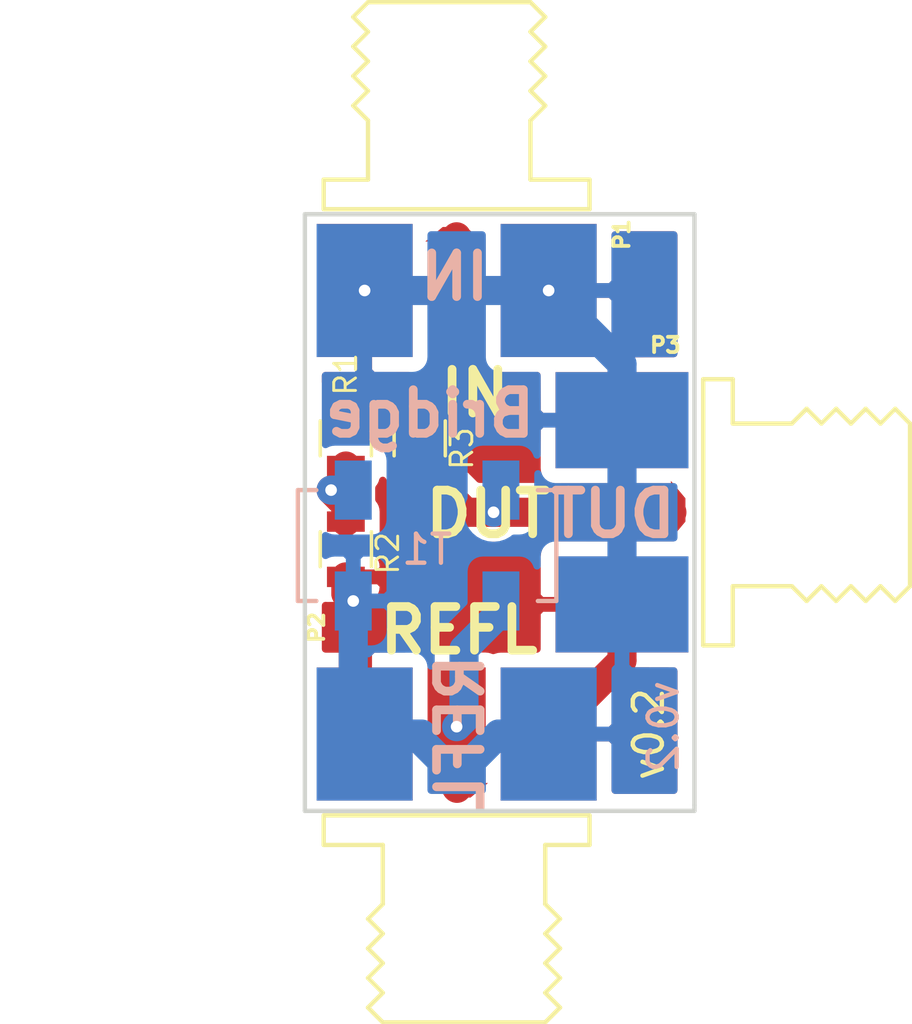
<source format=kicad_pcb>
(kicad_pcb (version 20171130) (host pcbnew 5.1.2-f72e74a~84~ubuntu19.04.1)

  (general
    (thickness 1.6)
    (drawings 16)
    (tracks 44)
    (zones 0)
    (modules 7)
    (nets 6)
  )

  (page A4)
  (title_block
    (title "Reflection Bridge")
    (date 2019-05-16)
    (rev 0.2)
    (company "Walla Walla Uvivirsity")
  )

  (layers
    (0 F.Cu signal)
    (31 B.Cu signal)
    (32 B.Adhes user)
    (33 F.Adhes user)
    (34 B.Paste user)
    (35 F.Paste user)
    (36 B.SilkS user)
    (37 F.SilkS user)
    (38 B.Mask user)
    (39 F.Mask user)
    (40 Dwgs.User user)
    (41 Cmts.User user)
    (42 Eco1.User user)
    (43 Eco2.User user)
    (44 Edge.Cuts user)
    (45 Margin user)
    (46 B.CrtYd user)
    (47 F.CrtYd user)
    (48 B.Fab user)
    (49 F.Fab user)
  )

  (setup
    (last_trace_width 1)
    (trace_clearance 0.2)
    (zone_clearance 0.508)
    (zone_45_only no)
    (trace_min 0.2)
    (via_size 0.8)
    (via_drill 0.4)
    (via_min_size 0.4)
    (via_min_drill 0.3)
    (uvia_size 0.3)
    (uvia_drill 0.1)
    (uvias_allowed no)
    (uvia_min_size 0.2)
    (uvia_min_drill 0.1)
    (edge_width 0.15)
    (segment_width 0.2)
    (pcb_text_width 0.3)
    (pcb_text_size 1.5 1.5)
    (mod_edge_width 0.15)
    (mod_text_size 1 1)
    (mod_text_width 0.15)
    (pad_size 1.524 1.524)
    (pad_drill 0.762)
    (pad_to_mask_clearance 0.2)
    (aux_axis_origin 0 0)
    (visible_elements FFFFFFFF)
    (pcbplotparams
      (layerselection 0x010fc_ffffffff)
      (usegerberextensions false)
      (usegerberattributes false)
      (usegerberadvancedattributes false)
      (creategerberjobfile false)
      (excludeedgelayer true)
      (linewidth 0.100000)
      (plotframeref false)
      (viasonmask false)
      (mode 1)
      (useauxorigin false)
      (hpglpennumber 1)
      (hpglpenspeed 20)
      (hpglpendiameter 15.000000)
      (psnegative false)
      (psa4output false)
      (plotreference true)
      (plotvalue true)
      (plotinvisibletext false)
      (padsonsilk false)
      (subtractmaskfromsilk false)
      (outputformat 1)
      (mirror false)
      (drillshape 0)
      (scaleselection 1)
      (outputdirectory ""))
  )

  (net 0 "")
  (net 1 GND)
  (net 2 "Net-(P1-Pad1)")
  (net 3 "Net-(P2-Pad1)")
  (net 4 "Net-(P3-Pad1)")
  (net 5 "Net-(R1-Pad2)")

  (net_class Default "This is the default net class."
    (clearance 0.2)
    (trace_width 1)
    (via_dia 0.8)
    (via_drill 0.4)
    (uvia_dia 0.3)
    (uvia_drill 0.1)
    (add_net GND)
    (add_net "Net-(P1-Pad1)")
    (add_net "Net-(P2-Pad1)")
    (add_net "Net-(P3-Pad1)")
    (add_net "Net-(R1-Pad2)")
  )

  (net_class "50 Ohm" ""
    (clearance 0.2)
    (trace_width 3)
    (via_dia 0.8)
    (via_drill 0.4)
    (uvia_dia 0.3)
    (uvia_drill 0.1)
  )

  (module SMA:SMA_EDGE (layer F.Cu) (tedit 53B19377) (tstamp 58F650AC)
    (at 83.82 49.53 90)
    (path /58F53FEF)
    (fp_text reference P1 (at -6.97 5.68 90) (layer F.SilkS)
      (effects (font (size 0.524 0.524) (thickness 0.131)))
    )
    (fp_text value SMA_Female (at 1.016 4.572 90) (layer F.SilkS) hide
      (effects (font (size 0.524 0.524) (thickness 0.131)))
    )
    (fp_line (start 1.016 -3.048) (end 1.016 2.54) (layer F.SilkS) (width 0.15))
    (fp_line (start 1.016 2.54) (end 0.508 3.048) (layer F.SilkS) (width 0.15))
    (fp_line (start 0.508 3.048) (end 0 2.54) (layer F.SilkS) (width 0.15))
    (fp_line (start 0 2.54) (end -0.508 3.048) (layer F.SilkS) (width 0.15))
    (fp_line (start -0.508 3.048) (end -1.016 2.54) (layer F.SilkS) (width 0.15))
    (fp_line (start -1.016 2.54) (end -1.524 3.048) (layer F.SilkS) (width 0.15))
    (fp_line (start -1.524 3.048) (end -2.032 2.54) (layer F.SilkS) (width 0.15))
    (fp_line (start -2.032 2.54) (end -2.54 3.048) (layer F.SilkS) (width 0.15))
    (fp_line (start -2.54 -3.556) (end -2.032 -3.048) (layer F.SilkS) (width 0.15))
    (fp_line (start -2.032 -3.048) (end -1.524 -3.556) (layer F.SilkS) (width 0.15))
    (fp_line (start -1.524 -3.556) (end -1.016 -3.048) (layer F.SilkS) (width 0.15))
    (fp_line (start -1.016 -3.048) (end -0.508 -3.556) (layer F.SilkS) (width 0.15))
    (fp_line (start -0.508 -3.556) (end 0 -3.048) (layer F.SilkS) (width 0.15))
    (fp_line (start 0 -3.048) (end 0.508 -3.556) (layer F.SilkS) (width 0.15))
    (fp_line (start 0.508 -3.556) (end 1.016 -3.048) (layer F.SilkS) (width 0.15))
    (fp_line (start -2.54 3.048) (end -3.048 2.54) (layer F.SilkS) (width 0.15))
    (fp_line (start -3.048 2.54) (end -5.08 2.54) (layer F.SilkS) (width 0.15))
    (fp_line (start -5.08 2.54) (end -5.08 4.572) (layer F.SilkS) (width 0.15))
    (fp_line (start -5.08 4.572) (end -6.096 4.572) (layer F.SilkS) (width 0.15))
    (fp_line (start -6.096 4.572) (end -6.096 -4.572) (layer F.SilkS) (width 0.15))
    (fp_line (start -6.096 -4.572) (end -5.08 -4.572) (layer F.SilkS) (width 0.15))
    (fp_line (start -5.08 -4.572) (end -5.08 -3.048) (layer F.SilkS) (width 0.15))
    (fp_line (start -5.08 -3.048) (end -3.048 -3.048) (layer F.SilkS) (width 0.15))
    (fp_line (start -3.048 -3.048) (end -2.54 -3.556) (layer F.SilkS) (width 0.15))
    (pad 2 connect rect (at -8.89 -3.16484 90) (size 4.572 3.302) (layers F.Cu F.Mask)
      (net 1 GND))
    (pad 1 connect trapezoid (at -6.958 -0.08 90) (size 0.50038 1.39954) (rect_delta 0.59944 0 ) (layers F.Cu F.Mask)
      (net 2 "Net-(P1-Pad1)"))
    (pad 2 connect rect (at -8.89 3.16484 90) (size 4.572 3.302) (layers B.Cu B.Mask)
      (net 1 GND))
    (pad 1 connect rect (at -9.144 0 90) (size 4.07162 1.99898) (layers F.Cu F.Mask)
      (net 2 "Net-(P1-Pad1)"))
    (pad 2 connect rect (at -8.89 -3.16484 90) (size 4.572 3.302) (layers B.Cu B.Mask)
      (net 1 GND))
    (pad 2 connect rect (at -8.89 3.16484 90) (size 4.572 3.302) (layers F.Cu F.Mask)
      (net 1 GND))
    (model SMA_EDGE.wrl
      (offset (xyz -5.206999921798706 -1.269999980926514 -3.047999954223633))
      (scale (xyz 1.3 1.3 1.3))
      (rotate (xyz 270 0 180))
    )
  )

  (module SMA:SMA_EDGE (layer F.Cu) (tedit 53B19377) (tstamp 58F650CE)
    (at 83.82 82.55 270)
    (path /58F540C0)
    (fp_text reference P2 (at -12.55 4.82 270) (layer F.SilkS)
      (effects (font (size 0.524 0.524) (thickness 0.131)))
    )
    (fp_text value SMA_Female (at 1.016 4.572 270) (layer F.SilkS) hide
      (effects (font (size 0.524 0.524) (thickness 0.131)))
    )
    (fp_line (start -3.048 -3.048) (end -2.54 -3.556) (layer F.SilkS) (width 0.15))
    (fp_line (start -5.08 -3.048) (end -3.048 -3.048) (layer F.SilkS) (width 0.15))
    (fp_line (start -5.08 -4.572) (end -5.08 -3.048) (layer F.SilkS) (width 0.15))
    (fp_line (start -6.096 -4.572) (end -5.08 -4.572) (layer F.SilkS) (width 0.15))
    (fp_line (start -6.096 4.572) (end -6.096 -4.572) (layer F.SilkS) (width 0.15))
    (fp_line (start -5.08 4.572) (end -6.096 4.572) (layer F.SilkS) (width 0.15))
    (fp_line (start -5.08 2.54) (end -5.08 4.572) (layer F.SilkS) (width 0.15))
    (fp_line (start -3.048 2.54) (end -5.08 2.54) (layer F.SilkS) (width 0.15))
    (fp_line (start -2.54 3.048) (end -3.048 2.54) (layer F.SilkS) (width 0.15))
    (fp_line (start 0.508 -3.556) (end 1.016 -3.048) (layer F.SilkS) (width 0.15))
    (fp_line (start 0 -3.048) (end 0.508 -3.556) (layer F.SilkS) (width 0.15))
    (fp_line (start -0.508 -3.556) (end 0 -3.048) (layer F.SilkS) (width 0.15))
    (fp_line (start -1.016 -3.048) (end -0.508 -3.556) (layer F.SilkS) (width 0.15))
    (fp_line (start -1.524 -3.556) (end -1.016 -3.048) (layer F.SilkS) (width 0.15))
    (fp_line (start -2.032 -3.048) (end -1.524 -3.556) (layer F.SilkS) (width 0.15))
    (fp_line (start -2.54 -3.556) (end -2.032 -3.048) (layer F.SilkS) (width 0.15))
    (fp_line (start -2.032 2.54) (end -2.54 3.048) (layer F.SilkS) (width 0.15))
    (fp_line (start -1.524 3.048) (end -2.032 2.54) (layer F.SilkS) (width 0.15))
    (fp_line (start -1.016 2.54) (end -1.524 3.048) (layer F.SilkS) (width 0.15))
    (fp_line (start -0.508 3.048) (end -1.016 2.54) (layer F.SilkS) (width 0.15))
    (fp_line (start 0 2.54) (end -0.508 3.048) (layer F.SilkS) (width 0.15))
    (fp_line (start 0.508 3.048) (end 0 2.54) (layer F.SilkS) (width 0.15))
    (fp_line (start 1.016 2.54) (end 0.508 3.048) (layer F.SilkS) (width 0.15))
    (fp_line (start 1.016 -3.048) (end 1.016 2.54) (layer F.SilkS) (width 0.15))
    (pad 2 connect rect (at -8.89 3.16484 270) (size 4.572 3.302) (layers F.Cu F.Mask)
      (net 1 GND))
    (pad 2 connect rect (at -8.89 -3.16484 270) (size 4.572 3.302) (layers B.Cu B.Mask)
      (net 1 GND))
    (pad 1 connect rect (at -9.144 0 270) (size 4.07162 1.99898) (layers F.Cu F.Mask)
      (net 3 "Net-(P2-Pad1)"))
    (pad 2 connect rect (at -8.89 3.16484 270) (size 4.572 3.302) (layers B.Cu B.Mask)
      (net 1 GND))
    (pad 1 connect trapezoid (at -6.958 -0.08 270) (size 0.50038 1.39954) (rect_delta 0.59944 0 ) (layers F.Cu F.Mask)
      (net 3 "Net-(P2-Pad1)"))
    (pad 2 connect rect (at -8.89 -3.16484 270) (size 4.572 3.302) (layers F.Cu F.Mask)
      (net 1 GND))
    (model SMA_EDGE.wrl
      (offset (xyz -5.206999921798706 -1.269999980926514 -3.047999954223633))
      (scale (xyz 1.3 1.3 1.3))
      (rotate (xyz 270 0 180))
    )
  )

  (module SMA:SMA_EDGE (layer F.Cu) (tedit 53B19377) (tstamp 58F650F0)
    (at 98.398 66.04)
    (path /58F540F2)
    (fp_text reference P3 (at -7.398 -5.74) (layer F.SilkS)
      (effects (font (size 0.524 0.524) (thickness 0.131)))
    )
    (fp_text value SMA_Female (at 1.016 4.572) (layer F.SilkS) hide
      (effects (font (size 0.524 0.524) (thickness 0.131)))
    )
    (fp_line (start 1.016 -3.048) (end 1.016 2.54) (layer F.SilkS) (width 0.15))
    (fp_line (start 1.016 2.54) (end 0.508 3.048) (layer F.SilkS) (width 0.15))
    (fp_line (start 0.508 3.048) (end 0 2.54) (layer F.SilkS) (width 0.15))
    (fp_line (start 0 2.54) (end -0.508 3.048) (layer F.SilkS) (width 0.15))
    (fp_line (start -0.508 3.048) (end -1.016 2.54) (layer F.SilkS) (width 0.15))
    (fp_line (start -1.016 2.54) (end -1.524 3.048) (layer F.SilkS) (width 0.15))
    (fp_line (start -1.524 3.048) (end -2.032 2.54) (layer F.SilkS) (width 0.15))
    (fp_line (start -2.032 2.54) (end -2.54 3.048) (layer F.SilkS) (width 0.15))
    (fp_line (start -2.54 -3.556) (end -2.032 -3.048) (layer F.SilkS) (width 0.15))
    (fp_line (start -2.032 -3.048) (end -1.524 -3.556) (layer F.SilkS) (width 0.15))
    (fp_line (start -1.524 -3.556) (end -1.016 -3.048) (layer F.SilkS) (width 0.15))
    (fp_line (start -1.016 -3.048) (end -0.508 -3.556) (layer F.SilkS) (width 0.15))
    (fp_line (start -0.508 -3.556) (end 0 -3.048) (layer F.SilkS) (width 0.15))
    (fp_line (start 0 -3.048) (end 0.508 -3.556) (layer F.SilkS) (width 0.15))
    (fp_line (start 0.508 -3.556) (end 1.016 -3.048) (layer F.SilkS) (width 0.15))
    (fp_line (start -2.54 3.048) (end -3.048 2.54) (layer F.SilkS) (width 0.15))
    (fp_line (start -3.048 2.54) (end -5.08 2.54) (layer F.SilkS) (width 0.15))
    (fp_line (start -5.08 2.54) (end -5.08 4.572) (layer F.SilkS) (width 0.15))
    (fp_line (start -5.08 4.572) (end -6.096 4.572) (layer F.SilkS) (width 0.15))
    (fp_line (start -6.096 4.572) (end -6.096 -4.572) (layer F.SilkS) (width 0.15))
    (fp_line (start -6.096 -4.572) (end -5.08 -4.572) (layer F.SilkS) (width 0.15))
    (fp_line (start -5.08 -4.572) (end -5.08 -3.048) (layer F.SilkS) (width 0.15))
    (fp_line (start -5.08 -3.048) (end -3.048 -3.048) (layer F.SilkS) (width 0.15))
    (fp_line (start -3.048 -3.048) (end -2.54 -3.556) (layer F.SilkS) (width 0.15))
    (pad 2 connect rect (at -8.89 -3.16484) (size 4.572 3.302) (layers F.Cu F.Mask)
      (net 1 GND))
    (pad 1 connect trapezoid (at -6.958 -0.08) (size 0.50038 1.39954) (rect_delta 0.59944 0 ) (layers F.Cu F.Mask)
      (net 4 "Net-(P3-Pad1)"))
    (pad 2 connect rect (at -8.89 3.16484) (size 4.572 3.302) (layers B.Cu B.Mask)
      (net 1 GND))
    (pad 1 connect rect (at -9.144 0) (size 4.07162 1.99898) (layers F.Cu F.Mask)
      (net 4 "Net-(P3-Pad1)"))
    (pad 2 connect rect (at -8.89 -3.16484) (size 4.572 3.302) (layers B.Cu B.Mask)
      (net 1 GND))
    (pad 2 connect rect (at -8.89 3.16484) (size 4.572 3.302) (layers F.Cu F.Mask)
      (net 1 GND))
    (model SMA_EDGE.wrl
      (offset (xyz -5.206999921798706 -1.269999980926514 -3.047999954223633))
      (scale (xyz 1.3 1.3 1.3))
      (rotate (xyz 270 0 180))
    )
  )

  (module Resistors_SMD:R_0805 (layer F.Cu) (tedit 58F95CED) (tstamp 58F65101)
    (at 80.01 63.5 270)
    (descr "Resistor SMD 0805, reflow soldering, Vishay (see dcrcw.pdf)")
    (tags "resistor 0805")
    (path /58F5412A)
    (attr smd)
    (fp_text reference R1 (at -2.2 0.01 270) (layer F.SilkS)
      (effects (font (size 0.75 0.75) (thickness 0.1)))
    )
    (fp_text value 51 (at 0 1.75 270) (layer F.Fab)
      (effects (font (size 1 1) (thickness 0.15)))
    )
    (fp_line (start 1.55 0.9) (end -1.55 0.9) (layer F.CrtYd) (width 0.05))
    (fp_line (start 1.55 0.9) (end 1.55 -0.9) (layer F.CrtYd) (width 0.05))
    (fp_line (start -1.55 -0.9) (end -1.55 0.9) (layer F.CrtYd) (width 0.05))
    (fp_line (start -1.55 -0.9) (end 1.55 -0.9) (layer F.CrtYd) (width 0.05))
    (fp_line (start -0.6 -0.88) (end 0.6 -0.88) (layer F.SilkS) (width 0.12))
    (fp_line (start 0.6 0.88) (end -0.6 0.88) (layer F.SilkS) (width 0.12))
    (fp_line (start -1 -0.62) (end 1 -0.62) (layer F.Fab) (width 0.1))
    (fp_line (start 1 -0.62) (end 1 0.62) (layer F.Fab) (width 0.1))
    (fp_line (start 1 0.62) (end -1 0.62) (layer F.Fab) (width 0.1))
    (fp_line (start -1 0.62) (end -1 -0.62) (layer F.Fab) (width 0.1))
    (fp_text user %R (at 0 0 270) (layer F.Fab)
      (effects (font (size 0.5 0.5) (thickness 0.075)))
    )
    (pad 2 smd rect (at 0.95 0 270) (size 0.7 1.3) (layers F.Cu F.Paste F.Mask)
      (net 5 "Net-(R1-Pad2)"))
    (pad 1 smd rect (at -0.95 0 270) (size 0.7 1.3) (layers F.Cu F.Paste F.Mask)
      (net 2 "Net-(P1-Pad1)"))
    (model ${KISYS3DMOD}/Resistors_SMD.3dshapes/R_0805.wrl
      (at (xyz 0 0 0))
      (scale (xyz 1 1 1))
      (rotate (xyz 0 0 0))
    )
  )

  (module Resistors_SMD:R_0805 (layer F.Cu) (tedit 58F95CFF) (tstamp 58F65112)
    (at 80.01 67.31 270)
    (descr "Resistor SMD 0805, reflow soldering, Vishay (see dcrcw.pdf)")
    (tags "resistor 0805")
    (path /58F541D6)
    (attr smd)
    (fp_text reference R2 (at 0.14 -1.44 270) (layer F.SilkS)
      (effects (font (size 0.75 0.75) (thickness 0.1)))
    )
    (fp_text value 51 (at 0 1.75 270) (layer F.Fab)
      (effects (font (size 1 1) (thickness 0.15)))
    )
    (fp_line (start 1.55 0.9) (end -1.55 0.9) (layer F.CrtYd) (width 0.05))
    (fp_line (start 1.55 0.9) (end 1.55 -0.9) (layer F.CrtYd) (width 0.05))
    (fp_line (start -1.55 -0.9) (end -1.55 0.9) (layer F.CrtYd) (width 0.05))
    (fp_line (start -1.55 -0.9) (end 1.55 -0.9) (layer F.CrtYd) (width 0.05))
    (fp_line (start -0.6 -0.88) (end 0.6 -0.88) (layer F.SilkS) (width 0.12))
    (fp_line (start 0.6 0.88) (end -0.6 0.88) (layer F.SilkS) (width 0.12))
    (fp_line (start -1 -0.62) (end 1 -0.62) (layer F.Fab) (width 0.1))
    (fp_line (start 1 -0.62) (end 1 0.62) (layer F.Fab) (width 0.1))
    (fp_line (start 1 0.62) (end -1 0.62) (layer F.Fab) (width 0.1))
    (fp_line (start -1 0.62) (end -1 -0.62) (layer F.Fab) (width 0.1))
    (fp_text user %R (at 0 0 270) (layer F.Fab)
      (effects (font (size 0.5 0.5) (thickness 0.075)))
    )
    (pad 2 smd rect (at 0.95 0 270) (size 0.7 1.3) (layers F.Cu F.Paste F.Mask)
      (net 1 GND))
    (pad 1 smd rect (at -0.95 0 270) (size 0.7 1.3) (layers F.Cu F.Paste F.Mask)
      (net 5 "Net-(R1-Pad2)"))
    (model ${KISYS3DMOD}/Resistors_SMD.3dshapes/R_0805.wrl
      (at (xyz 0 0 0))
      (scale (xyz 1 1 1))
      (rotate (xyz 0 0 0))
    )
  )

  (module Resistors_SMD:R_0805 (layer F.Cu) (tedit 58F95D10) (tstamp 58F65123)
    (at 82.55 63.5 270)
    (descr "Resistor SMD 0805, reflow soldering, Vishay (see dcrcw.pdf)")
    (tags "resistor 0805")
    (path /58F5415E)
    (attr smd)
    (fp_text reference R3 (at 0.35 -1.45 270) (layer F.SilkS)
      (effects (font (size 0.75 0.75) (thickness 0.1)))
    )
    (fp_text value 51 (at 0 1.75 270) (layer F.Fab)
      (effects (font (size 1 1) (thickness 0.15)))
    )
    (fp_text user %R (at 0 0 270) (layer F.Fab)
      (effects (font (size 0.5 0.5) (thickness 0.075)))
    )
    (fp_line (start -1 0.62) (end -1 -0.62) (layer F.Fab) (width 0.1))
    (fp_line (start 1 0.62) (end -1 0.62) (layer F.Fab) (width 0.1))
    (fp_line (start 1 -0.62) (end 1 0.62) (layer F.Fab) (width 0.1))
    (fp_line (start -1 -0.62) (end 1 -0.62) (layer F.Fab) (width 0.1))
    (fp_line (start 0.6 0.88) (end -0.6 0.88) (layer F.SilkS) (width 0.12))
    (fp_line (start -0.6 -0.88) (end 0.6 -0.88) (layer F.SilkS) (width 0.12))
    (fp_line (start -1.55 -0.9) (end 1.55 -0.9) (layer F.CrtYd) (width 0.05))
    (fp_line (start -1.55 -0.9) (end -1.55 0.9) (layer F.CrtYd) (width 0.05))
    (fp_line (start 1.55 0.9) (end 1.55 -0.9) (layer F.CrtYd) (width 0.05))
    (fp_line (start 1.55 0.9) (end -1.55 0.9) (layer F.CrtYd) (width 0.05))
    (pad 1 smd rect (at -0.95 0 270) (size 0.7 1.3) (layers F.Cu F.Paste F.Mask)
      (net 2 "Net-(P1-Pad1)"))
    (pad 2 smd rect (at 0.95 0 270) (size 0.7 1.3) (layers F.Cu F.Paste F.Mask)
      (net 4 "Net-(P3-Pad1)"))
    (model ${KISYS3DMOD}/Resistors_SMD.3dshapes/R_0805.wrl
      (at (xyz 0 0 0))
      (scale (xyz 1 1 1))
      (rotate (xyz 0 0 0))
    )
  )

  (module SMA:1_to_1_Balun (layer B.Cu) (tedit 5CDD7FBE) (tstamp 5CDD8217)
    (at 82.804 67.818)
    (path /58F5423A)
    (fp_text reference T1 (at 0 -0.5) (layer B.SilkS)
      (effects (font (size 1 1) (thickness 0.15)) (justify mirror))
    )
    (fp_text value Transformer_1P_1S (at 0 0.5) (layer B.Fab)
      (effects (font (size 1 1) (thickness 0.15)) (justify mirror))
    )
    (fp_line (start 4.445 -2.54) (end 3.81 -2.54) (layer B.SilkS) (width 0.15))
    (fp_line (start 4.445 1.27) (end 4.445 -2.54) (layer B.SilkS) (width 0.15))
    (fp_line (start 3.81 1.27) (end 4.445 1.27) (layer B.SilkS) (width 0.15))
    (fp_line (start -4.445 -2.54) (end -3.81 -2.54) (layer B.SilkS) (width 0.15))
    (fp_line (start -4.445 1.27) (end -4.445 -2.54) (layer B.SilkS) (width 0.15))
    (fp_line (start -3.81 1.27) (end -4.445 1.27) (layer B.SilkS) (width 0.15))
    (pad 1 smd rect (at -2.54 1.27) (size 1.27 2.032) (layers B.Cu B.Paste B.Mask)
      (net 1 GND))
    (pad 4 smd rect (at 2.54 1.27) (size 1.27 2.032) (layers B.Cu B.Paste B.Mask)
      (net 3 "Net-(P2-Pad1)"))
    (pad 2 smd rect (at -2.54 -2.54) (size 1.27 2.032) (layers B.Cu B.Paste B.Mask)
      (net 5 "Net-(R1-Pad2)"))
    (pad 3 smd rect (at 2.54 -2.54) (size 1.27 2.032) (layers B.Cu B.Paste B.Mask)
      (net 4 "Net-(P3-Pad1)"))
  )

  (gr_text v0.2 (at 90.932 73.406 90) (layer B.SilkS)
    (effects (font (size 1 1) (thickness 0.15)) (justify mirror))
  )
  (gr_text v0.2 (at 90.424 73.66 90) (layer F.SilkS)
    (effects (font (size 1 1) (thickness 0.15)))
  )
  (gr_text Bridge (at 82.9 62.65) (layer B.SilkS)
    (effects (font (size 1.5 1.5) (thickness 0.3)) (justify mirror))
  )
  (gr_text REFL (at 83.95 73.65 90) (layer B.SilkS)
    (effects (font (size 1.5 1.5) (thickness 0.3)) (justify mirror))
  )
  (gr_text DUT (at 89.2 66.1) (layer B.SilkS)
    (effects (font (size 1.5 1.5) (thickness 0.3)) (justify mirror))
  )
  (gr_text IN (at 83.75 57.95) (layer B.SilkS)
    (effects (font (size 1.5 1.5) (thickness 0.3)) (justify mirror))
  )
  (gr_text REFL (at 83.9 70.1) (layer F.SilkS)
    (effects (font (size 1.5 1.5) (thickness 0.3)))
  )
  (gr_text DUT (at 84.9 66.1) (layer F.SilkS)
    (effects (font (size 1.5 1.5) (thickness 0.3)))
  )
  (gr_text IN (at 84.45 61.95) (layer F.SilkS)
    (effects (font (size 1.5 1.5) (thickness 0.3)))
  )
  (dimension 13.4 (width 0.3) (layer Dwgs.User)
    (gr_text "13.400 mm" (at 85.3 81.35) (layer Dwgs.User)
      (effects (font (size 1.5 1.5) (thickness 0.3)))
    )
    (feature1 (pts (xy 92 76.3) (xy 92 82.7)))
    (feature2 (pts (xy 78.6 76.3) (xy 78.6 82.7)))
    (crossbar (pts (xy 78.6 80) (xy 92 80)))
    (arrow1a (pts (xy 92 80) (xy 90.873496 80.586421)))
    (arrow1b (pts (xy 92 80) (xy 90.873496 79.413579)))
    (arrow2a (pts (xy 78.6 80) (xy 79.726504 80.586421)))
    (arrow2b (pts (xy 78.6 80) (xy 79.726504 79.413579)))
  )
  (dimension 20.400245 (width 0.3) (layer Dwgs.User)
    (gr_text "20.400 mm" (at 74.399594 65.979654 89.71914059) (layer Dwgs.User)
      (effects (font (size 1.5 1.5) (thickness 0.3)))
    )
    (feature1 (pts (xy 78.5 76.2) (xy 72.99961 76.173037)))
    (feature2 (pts (xy 78.6 55.8) (xy 73.09961 55.773037)))
    (crossbar (pts (xy 75.799578 55.786272) (xy 75.699578 76.186272)))
    (arrow1a (pts (xy 75.699578 76.186272) (xy 75.118686 75.056907)))
    (arrow1b (pts (xy 75.699578 76.186272) (xy 76.291514 75.062656)))
    (arrow2a (pts (xy 75.799578 55.786272) (xy 75.207642 56.909888)))
    (arrow2b (pts (xy 75.799578 55.786272) (xy 76.38047 56.915637)))
  )
  (gr_line (start 78.6 76.3) (end 78.6 55.8) (layer Edge.Cuts) (width 0.15))
  (gr_line (start 92 76.3) (end 78.6 76.3) (layer Edge.Cuts) (width 0.15))
  (gr_line (start 92 76.1) (end 92 76.3) (layer Edge.Cuts) (width 0.15))
  (gr_line (start 92 55.8) (end 92 76.1) (layer Edge.Cuts) (width 0.15))
  (gr_line (start 78.6 55.8) (end 92 55.8) (layer Edge.Cuts) (width 0.15))

  (segment (start 89.508 69.20484) (end 89.508 62.87516) (width 1) (layer B.Cu) (net 1))
  (segment (start 89.508 60.94316) (end 86.98484 58.42) (width 1) (layer B.Cu) (net 1))
  (segment (start 89.508 62.87516) (end 89.508 60.94316) (width 1) (layer B.Cu) (net 1))
  (segment (start 86.98484 58.42) (end 80.65516 58.42) (width 1) (layer B.Cu) (net 1))
  (segment (start 80.264 73.26884) (end 80.65516 73.66) (width 1) (layer B.Cu) (net 1))
  (segment (start 80.264 69.088) (end 80.264 73.26884) (width 1) (layer B.Cu) (net 1))
  (segment (start 89.508 71.13684) (end 86.98484 73.66) (width 1) (layer F.Cu) (net 1))
  (segment (start 89.508 69.20484) (end 89.508 71.13684) (width 1) (layer F.Cu) (net 1))
  (via (at 80.264 69.088) (size 0.8) (drill 0.4) (layers F.Cu B.Cu) (net 1))
  (segment (start 80.01 68.26) (end 80.01 68.834) (width 1) (layer F.Cu) (net 1))
  (segment (start 80.01 68.834) (end 80.264 69.088) (width 1) (layer F.Cu) (net 1))
  (segment (start 80.264 73.26884) (end 80.65516 73.66) (width 1) (layer F.Cu) (net 1))
  (segment (start 80.264 69.088) (end 80.264 73.26884) (width 1) (layer F.Cu) (net 1))
  (via (at 80.65516 58.42) (size 0.8) (drill 0.4) (layers F.Cu B.Cu) (net 1))
  (via (at 86.98484 58.42) (size 0.8) (drill 0.4) (layers F.Cu B.Cu) (net 1))
  (segment (start 80.65516 73.66) (end 82.619991 73.66) (width 1) (layer B.Cu) (net 1))
  (segment (start 82.37693 73.66) (end 80.65516 73.66) (width 1) (layer B.Cu) (net 1))
  (segment (start 84.317061 74.606009) (end 83.322939 74.606009) (width 1) (layer B.Cu) (net 1))
  (segment (start 83.322939 74.606009) (end 82.37693 73.66) (width 1) (layer B.Cu) (net 1))
  (segment (start 85.26307 73.66) (end 84.317061 74.606009) (width 1) (layer B.Cu) (net 1))
  (segment (start 86.98484 73.66) (end 85.26307 73.66) (width 1) (layer B.Cu) (net 1))
  (segment (start 83.82 61.28) (end 83.82 58.674) (width 1) (layer F.Cu) (net 2))
  (segment (start 82.55 62.55) (end 83.82 61.28) (width 1) (layer F.Cu) (net 2))
  (segment (start 83.82 58.674) (end 83.82 56.57501) (width 1) (layer F.Cu) (net 2))
  (segment (start 80.01 62.55) (end 82.55 62.55) (width 1) (layer F.Cu) (net 2))
  (segment (start 85.344 69.469) (end 84.074 70.739) (width 1) (layer B.Cu) (net 3))
  (segment (start 85.344 69.088) (end 85.344 69.469) (width 1) (layer B.Cu) (net 3))
  (via (at 83.82 73.406) (size 0.8) (drill 0.4) (layers F.Cu B.Cu) (net 3))
  (segment (start 84.074 70.739) (end 84.074 73.152) (width 1) (layer B.Cu) (net 3))
  (segment (start 84.074 73.152) (end 83.82 73.406) (width 1) (layer B.Cu) (net 3))
  (segment (start 83.82 75.512) (end 83.83299 75.52499) (width 1) (layer F.Cu) (net 3))
  (segment (start 83.82 73.406) (end 83.82 75.512) (width 1) (layer F.Cu) (net 3))
  (segment (start 82.55 64.45) (end 84.14 66.04) (width 1) (layer F.Cu) (net 4))
  (via (at 85.09 66.04) (size 0.8) (drill 0.4) (layers F.Cu B.Cu) (net 4))
  (segment (start 84.14 66.04) (end 85.09 66.04) (width 1) (layer F.Cu) (net 4))
  (segment (start 85.09 66.04) (end 89.254 66.04) (width 1) (layer F.Cu) (net 4))
  (segment (start 85.344 65.786) (end 85.09 66.04) (width 1) (layer B.Cu) (net 4))
  (segment (start 85.344 65.278) (end 85.344 65.786) (width 1) (layer B.Cu) (net 4))
  (segment (start 89.254 66.04) (end 91.22499 66.04) (width 1) (layer F.Cu) (net 4))
  (via (at 79.502 65.278) (size 0.8) (drill 0.4) (layers F.Cu B.Cu) (net 5))
  (segment (start 80.264 65.278) (end 79.502 65.278) (width 1) (layer B.Cu) (net 5))
  (segment (start 79.502 65.278) (end 80.01 65.786) (width 1) (layer F.Cu) (net 5))
  (segment (start 80.01 65.786) (end 80.01 64.45) (width 1) (layer F.Cu) (net 5))
  (segment (start 80.01 66.36) (end 80.01 65.786) (width 1) (layer F.Cu) (net 5))

  (zone (net 1) (net_name GND) (layer F.Cu) (tstamp 5CDD82F6) (hatch edge 0.508)
    (connect_pads (clearance 0.508))
    (min_thickness 0.254)
    (fill yes (arc_segments 16) (thermal_gap 0.508) (thermal_bridge_width 0.508))
    (polygon
      (pts
        (xy 78.7 55.8) (xy 92 55.8) (xy 92 76.3) (xy 78.6 76.3) (xy 78.6 55.8)
      )
    )
    (filled_polygon
      (pts
        (xy 81.310498 65.04418) (xy 81.369463 65.154494) (xy 81.448815 65.251185) (xy 81.545506 65.330537) (xy 81.65582 65.389502)
        (xy 81.775518 65.425812) (xy 81.9 65.438072) (xy 81.932941 65.438072) (xy 83.298013 66.803146) (xy 83.333551 66.846449)
        (xy 83.376854 66.881987) (xy 83.376856 66.881989) (xy 83.477199 66.964338) (xy 83.506377 66.988284) (xy 83.703553 67.093676)
        (xy 83.917501 67.158577) (xy 83.997428 67.166449) (xy 84.14 67.180491) (xy 84.195752 67.175) (xy 86.595723 67.175)
        (xy 86.628688 67.28367) (xy 86.637539 67.300229) (xy 86.632498 67.30966) (xy 86.596188 67.429358) (xy 86.583928 67.55384)
        (xy 86.587 68.91909) (xy 86.74575 69.07784) (xy 89.381 69.07784) (xy 89.381 69.05784) (xy 89.635 69.05784)
        (xy 89.635 69.07784) (xy 89.655 69.07784) (xy 89.655 69.33184) (xy 89.635 69.33184) (xy 89.635 71.33209)
        (xy 89.79375 71.49084) (xy 91.290001 71.493138) (xy 91.290001 75.59) (xy 89.273365 75.59) (xy 89.27084 73.94575)
        (xy 89.11209 73.787) (xy 87.11184 73.787) (xy 87.11184 73.807) (xy 86.85784 73.807) (xy 86.85784 73.787)
        (xy 86.83784 73.787) (xy 86.83784 73.533) (xy 86.85784 73.533) (xy 86.85784 73.513) (xy 87.11184 73.513)
        (xy 87.11184 73.533) (xy 89.11209 73.533) (xy 89.27084 73.37425) (xy 89.273812 71.439278) (xy 89.381 71.33209)
        (xy 89.381 69.33184) (xy 86.74575 69.33184) (xy 86.587 69.49059) (xy 86.584191 70.738741) (xy 85.33384 70.735928)
        (xy 85.209358 70.748188) (xy 85.08966 70.784498) (xy 85.080229 70.789539) (xy 85.06367 70.780688) (xy 84.943972 70.744378)
        (xy 84.81949 70.732118) (xy 82.82051 70.732118) (xy 82.696028 70.744378) (xy 82.57633 70.780688) (xy 82.559771 70.789539)
        (xy 82.55034 70.784498) (xy 82.430642 70.748188) (xy 82.30616 70.735928) (xy 80.94091 70.739) (xy 80.78216 70.89775)
        (xy 80.78216 73.533) (xy 80.80216 73.533) (xy 80.80216 73.787) (xy 80.78216 73.787) (xy 80.78216 73.807)
        (xy 80.52816 73.807) (xy 80.52816 73.787) (xy 80.50816 73.787) (xy 80.50816 73.533) (xy 80.52816 73.533)
        (xy 80.52816 70.89775) (xy 80.36941 70.739) (xy 79.31 70.736616) (xy 79.31 69.243148) (xy 79.36 69.248072)
        (xy 79.72425 69.245) (xy 79.883 69.08625) (xy 79.883 68.387) (xy 80.137 68.387) (xy 80.137 69.08625)
        (xy 80.29575 69.245) (xy 80.66 69.248072) (xy 80.784482 69.235812) (xy 80.90418 69.199502) (xy 81.014494 69.140537)
        (xy 81.111185 69.061185) (xy 81.190537 68.964494) (xy 81.249502 68.85418) (xy 81.285812 68.734482) (xy 81.298072 68.61)
        (xy 81.295 68.54575) (xy 81.13625 68.387) (xy 80.137 68.387) (xy 79.883 68.387) (xy 79.863 68.387)
        (xy 79.863 68.133) (xy 79.883 68.133) (xy 79.883 68.113) (xy 80.137 68.113) (xy 80.137 68.133)
        (xy 81.13625 68.133) (xy 81.295 67.97425) (xy 81.298072 67.91) (xy 81.285812 67.785518) (xy 81.249502 67.66582)
        (xy 81.190537 67.555506) (xy 81.111185 67.458815) (xy 81.014494 67.379463) (xy 80.90418 67.320498) (xy 80.869573 67.31)
        (xy 80.90418 67.299502) (xy 81.014494 67.240537) (xy 81.111185 67.161185) (xy 81.190537 67.064494) (xy 81.249502 66.95418)
        (xy 81.285812 66.834482) (xy 81.298072 66.71) (xy 81.298072 66.01) (xy 81.285812 65.885518) (xy 81.249502 65.76582)
        (xy 81.190537 65.655506) (xy 81.145 65.600019) (xy 81.145 65.209981) (xy 81.190537 65.154494) (xy 81.249502 65.04418)
        (xy 81.28 64.943642)
      )
    )
    (filled_polygon
      (pts
        (xy 91.29 60.586862) (xy 89.79375 60.58916) (xy 89.635 60.74791) (xy 89.635 62.74816) (xy 89.655 62.74816)
        (xy 89.655 63.00216) (xy 89.635 63.00216) (xy 89.635 63.02216) (xy 89.381 63.02216) (xy 89.381 63.00216)
        (xy 86.74575 63.00216) (xy 86.587 63.16091) (xy 86.583928 64.52616) (xy 86.596188 64.650642) (xy 86.632498 64.77034)
        (xy 86.637539 64.779771) (xy 86.628688 64.79633) (xy 86.595723 64.905) (xy 84.610133 64.905) (xy 83.838072 64.13294)
        (xy 83.838072 64.1) (xy 83.825812 63.975518) (xy 83.789502 63.85582) (xy 83.730537 63.745506) (xy 83.651185 63.648815)
        (xy 83.554494 63.569463) (xy 83.44418 63.510498) (xy 83.409573 63.5) (xy 83.44418 63.489502) (xy 83.554494 63.430537)
        (xy 83.651185 63.351185) (xy 83.730537 63.254494) (xy 83.789502 63.14418) (xy 83.825812 63.024482) (xy 83.838072 62.9)
        (xy 83.838072 62.867059) (xy 84.58314 62.121992) (xy 84.626449 62.086449) (xy 84.768284 61.913623) (xy 84.873676 61.716447)
        (xy 84.938577 61.502499) (xy 84.955 61.335752) (xy 84.955 61.335745) (xy 84.955352 61.33217) (xy 85.06367 61.299312)
        (xy 85.080229 61.290461) (xy 85.08966 61.295502) (xy 85.209358 61.331812) (xy 85.33384 61.344072) (xy 86.584191 61.341259)
        (xy 86.587 62.58941) (xy 86.74575 62.74816) (xy 89.381 62.74816) (xy 89.381 60.74791) (xy 89.273812 60.640722)
        (xy 89.27084 58.70575) (xy 89.11209 58.547) (xy 87.11184 58.547) (xy 87.11184 58.567) (xy 86.85784 58.567)
        (xy 86.85784 58.547) (xy 86.83784 58.547) (xy 86.83784 58.293) (xy 86.85784 58.293) (xy 86.85784 58.273)
        (xy 87.11184 58.273) (xy 87.11184 58.293) (xy 89.11209 58.293) (xy 89.27084 58.13425) (xy 89.273335 56.51)
        (xy 91.29 56.51)
      )
    )
    (filled_polygon
      (pts
        (xy 80.78216 58.293) (xy 80.80216 58.293) (xy 80.80216 58.547) (xy 80.78216 58.547) (xy 80.78216 61.18225)
        (xy 80.94091 61.341) (xy 82.151145 61.343723) (xy 82.079869 61.415) (xy 79.954248 61.415) (xy 79.787501 61.431423)
        (xy 79.573553 61.496324) (xy 79.450816 61.561928) (xy 79.36 61.561928) (xy 79.31 61.566852) (xy 79.31 61.343384)
        (xy 80.36941 61.341) (xy 80.52816 61.18225) (xy 80.52816 58.547) (xy 80.50816 58.547) (xy 80.50816 58.293)
        (xy 80.52816 58.293) (xy 80.52816 58.273) (xy 80.78216 58.273)
      )
    )
  )
  (zone (net 1) (net_name GND) (layer B.Cu) (tstamp 5CDD82F3) (hatch edge 0.508)
    (connect_pads (clearance 0.508))
    (min_thickness 0.254)
    (fill yes (arc_segments 16) (thermal_gap 0.508) (thermal_bridge_width 0.508))
    (polygon
      (pts
        (xy 78.7 55.8) (xy 91.9 55.8) (xy 92 76.3) (xy 78.6 76.3) (xy 78.6 55.8)
      )
    )
    (filled_polygon
      (pts
        (xy 83.013552 74.212448) (xy 83.186378 74.354283) (xy 83.383554 74.459676) (xy 83.597502 74.524577) (xy 83.82 74.546491)
        (xy 84.042498 74.524577) (xy 84.256446 74.459676) (xy 84.453622 74.354283) (xy 84.583143 74.247988) (xy 84.698553 74.132578)
        (xy 84.696315 75.59) (xy 82.943685 75.59) (xy 82.941435 74.124573)
      )
    )
    (filled_polygon
      (pts
        (xy 84.69884 58.13425) (xy 84.85759 58.293) (xy 86.85784 58.293) (xy 86.85784 58.273) (xy 87.11184 58.273)
        (xy 87.11184 58.293) (xy 89.11209 58.293) (xy 89.27084 58.13425) (xy 89.273335 56.51) (xy 91.29 56.51)
        (xy 91.29 60.586862) (xy 89.79375 60.58916) (xy 89.635 60.74791) (xy 89.635 62.74816) (xy 89.655 62.74816)
        (xy 89.655 63.00216) (xy 89.635 63.00216) (xy 89.635 65.00241) (xy 89.79375 65.16116) (xy 91.29 65.163458)
        (xy 91.290001 66.916542) (xy 89.79375 66.91884) (xy 89.635 67.07759) (xy 89.635 69.07784) (xy 89.655 69.07784)
        (xy 89.655 69.33184) (xy 89.635 69.33184) (xy 89.635 71.33209) (xy 89.79375 71.49084) (xy 91.290001 71.493138)
        (xy 91.290001 75.59) (xy 89.273365 75.59) (xy 89.27084 73.94575) (xy 89.11209 73.787) (xy 87.11184 73.787)
        (xy 87.11184 73.807) (xy 86.85784 73.807) (xy 86.85784 73.787) (xy 86.83784 73.787) (xy 86.83784 73.533)
        (xy 86.85784 73.533) (xy 86.85784 73.513) (xy 87.11184 73.513) (xy 87.11184 73.533) (xy 89.11209 73.533)
        (xy 89.27084 73.37425) (xy 89.273812 71.439278) (xy 89.381 71.33209) (xy 89.381 69.33184) (xy 89.361 69.33184)
        (xy 89.361 69.07784) (xy 89.381 69.07784) (xy 89.381 67.07759) (xy 89.22225 66.91884) (xy 87.222 66.915768)
        (xy 87.097518 66.928028) (xy 86.97782 66.964338) (xy 86.867506 67.023303) (xy 86.770815 67.102655) (xy 86.691463 67.199346)
        (xy 86.632498 67.30966) (xy 86.596188 67.429358) (xy 86.583928 67.55384) (xy 86.584664 67.8811) (xy 86.568502 67.82782)
        (xy 86.509537 67.717506) (xy 86.430185 67.620815) (xy 86.333494 67.541463) (xy 86.22318 67.482498) (xy 86.103482 67.446188)
        (xy 85.979 67.433928) (xy 84.709 67.433928) (xy 84.584518 67.446188) (xy 84.46482 67.482498) (xy 84.354506 67.541463)
        (xy 84.257815 67.620815) (xy 84.178463 67.717506) (xy 84.119498 67.82782) (xy 84.083188 67.947518) (xy 84.070928 68.072)
        (xy 84.070928 69.13694) (xy 83.310865 69.897004) (xy 83.267551 69.932551) (xy 83.125716 70.105377) (xy 83.034812 70.275449)
        (xy 83.020324 70.302554) (xy 82.955423 70.516502) (xy 82.933509 70.739) (xy 82.939 70.794752) (xy 82.939 71.320879)
        (xy 82.931972 71.249518) (xy 82.895662 71.12982) (xy 82.836697 71.019506) (xy 82.757345 70.922815) (xy 82.660654 70.843463)
        (xy 82.55034 70.784498) (xy 82.430642 70.748188) (xy 82.30616 70.735928) (xy 80.94091 70.739) (xy 80.782162 70.897748)
        (xy 80.782162 70.741044) (xy 80.899 70.742072) (xy 81.023482 70.729812) (xy 81.14318 70.693502) (xy 81.253494 70.634537)
        (xy 81.350185 70.555185) (xy 81.429537 70.458494) (xy 81.488502 70.34818) (xy 81.524812 70.228482) (xy 81.537072 70.104)
        (xy 81.534 69.37375) (xy 81.37525 69.215) (xy 80.391 69.215) (xy 80.391 69.235) (xy 80.137 69.235)
        (xy 80.137 69.215) (xy 80.117 69.215) (xy 80.117 68.961) (xy 80.137 68.961) (xy 80.137 67.59575)
        (xy 80.391 67.59575) (xy 80.391 68.961) (xy 81.37525 68.961) (xy 81.534 68.80225) (xy 81.537072 68.072)
        (xy 81.524812 67.947518) (xy 81.488502 67.82782) (xy 81.429537 67.717506) (xy 81.350185 67.620815) (xy 81.253494 67.541463)
        (xy 81.14318 67.482498) (xy 81.023482 67.446188) (xy 80.899 67.433928) (xy 80.54975 67.437) (xy 80.391 67.59575)
        (xy 80.137 67.59575) (xy 79.97825 67.437) (xy 79.629 67.433928) (xy 79.504518 67.446188) (xy 79.38482 67.482498)
        (xy 79.31 67.522491) (xy 79.31 66.843509) (xy 79.38482 66.883502) (xy 79.504518 66.919812) (xy 79.629 66.932072)
        (xy 80.899 66.932072) (xy 81.023482 66.919812) (xy 81.14318 66.883502) (xy 81.253494 66.824537) (xy 81.350185 66.745185)
        (xy 81.429537 66.648494) (xy 81.488502 66.53818) (xy 81.524812 66.418482) (xy 81.537072 66.294) (xy 81.537072 66.04)
        (xy 83.949509 66.04) (xy 83.971423 66.262498) (xy 84.036324 66.476446) (xy 84.141717 66.673622) (xy 84.283552 66.846448)
        (xy 84.456378 66.988283) (xy 84.653554 67.093676) (xy 84.867502 67.158577) (xy 85.09 67.180491) (xy 85.312498 67.158577)
        (xy 85.526446 67.093676) (xy 85.723622 66.988283) (xy 85.792115 66.932072) (xy 85.979 66.932072) (xy 86.103482 66.919812)
        (xy 86.22318 66.883502) (xy 86.333494 66.824537) (xy 86.430185 66.745185) (xy 86.509537 66.648494) (xy 86.568502 66.53818)
        (xy 86.604812 66.418482) (xy 86.617072 66.294) (xy 86.617072 64.719487) (xy 86.632498 64.77034) (xy 86.691463 64.880654)
        (xy 86.770815 64.977345) (xy 86.867506 65.056697) (xy 86.97782 65.115662) (xy 87.097518 65.151972) (xy 87.222 65.164232)
        (xy 89.22225 65.16116) (xy 89.381 65.00241) (xy 89.381 63.00216) (xy 86.74575 63.00216) (xy 86.587 63.16091)
        (xy 86.58495 64.072041) (xy 86.568502 64.01782) (xy 86.509537 63.907506) (xy 86.430185 63.810815) (xy 86.333494 63.731463)
        (xy 86.22318 63.672498) (xy 86.103482 63.636188) (xy 85.979 63.623928) (xy 84.709 63.623928) (xy 84.584518 63.636188)
        (xy 84.46482 63.672498) (xy 84.354506 63.731463) (xy 84.257815 63.810815) (xy 84.178463 63.907506) (xy 84.119498 64.01782)
        (xy 84.083188 64.137518) (xy 84.070928 64.262) (xy 84.070928 65.538815) (xy 84.036324 65.603554) (xy 83.971423 65.817502)
        (xy 83.949509 66.04) (xy 81.537072 66.04) (xy 81.537072 64.262) (xy 81.524812 64.137518) (xy 81.488502 64.01782)
        (xy 81.429537 63.907506) (xy 81.350185 63.810815) (xy 81.253494 63.731463) (xy 81.14318 63.672498) (xy 81.023482 63.636188)
        (xy 80.899 63.623928) (xy 79.629 63.623928) (xy 79.504518 63.636188) (xy 79.38482 63.672498) (xy 79.31 63.712491)
        (xy 79.31 61.343384) (xy 80.36941 61.341) (xy 80.52816 61.18225) (xy 80.52816 58.547) (xy 80.78216 58.547)
        (xy 80.78216 61.18225) (xy 80.94091 61.341) (xy 82.30616 61.344072) (xy 82.430642 61.331812) (xy 82.55034 61.295502)
        (xy 82.660654 61.236537) (xy 82.757345 61.157185) (xy 82.836697 61.060494) (xy 82.895662 60.95018) (xy 82.931972 60.830482)
        (xy 82.944232 60.706) (xy 84.695768 60.706) (xy 84.708028 60.830482) (xy 84.744338 60.95018) (xy 84.803303 61.060494)
        (xy 84.882655 61.157185) (xy 84.979346 61.236537) (xy 85.08966 61.295502) (xy 85.209358 61.331812) (xy 85.33384 61.344072)
        (xy 86.584191 61.341259) (xy 86.587 62.58941) (xy 86.74575 62.74816) (xy 89.381 62.74816) (xy 89.381 60.74791)
        (xy 89.273812 60.640722) (xy 89.27084 58.70575) (xy 89.11209 58.547) (xy 87.11184 58.547) (xy 87.11184 58.567)
        (xy 86.85784 58.567) (xy 86.85784 58.547) (xy 84.85759 58.547) (xy 84.69884 58.70575) (xy 84.695768 60.706)
        (xy 82.944232 60.706) (xy 82.94116 58.70575) (xy 82.78241 58.547) (xy 80.78216 58.547) (xy 80.52816 58.547)
        (xy 80.50816 58.547) (xy 80.50816 58.293) (xy 80.52816 58.293) (xy 80.52816 58.273) (xy 80.78216 58.273)
        (xy 80.78216 58.293) (xy 82.78241 58.293) (xy 82.94116 58.13425) (xy 82.943655 56.51) (xy 84.696345 56.51)
      )
    )
    (filled_polygon
      (pts
        (xy 80.78216 73.533) (xy 80.80216 73.533) (xy 80.80216 73.787) (xy 80.78216 73.787) (xy 80.78216 73.807)
        (xy 80.52816 73.807) (xy 80.52816 73.787) (xy 80.50816 73.787) (xy 80.50816 73.533) (xy 80.52816 73.533)
        (xy 80.52816 73.513) (xy 80.78216 73.513)
      )
    )
  )
)

</source>
